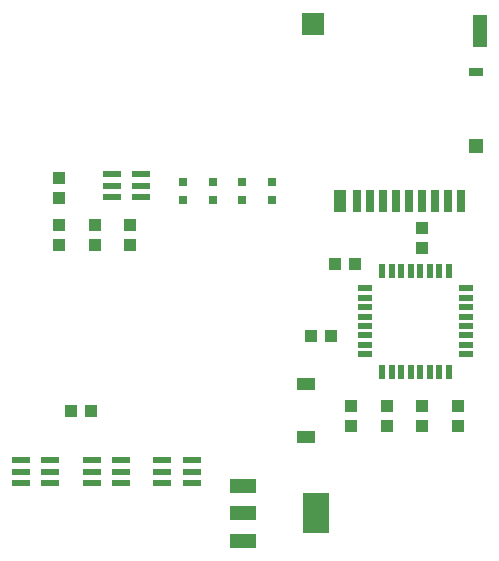
<source format=gbr>
G04 EAGLE Gerber RS-274X export*
G75*
%MOMM*%
%FSLAX34Y34*%
%LPD*%
%INSolderpaste Top*%
%IPPOS*%
%AMOC8*
5,1,8,0,0,1.08239X$1,22.5*%
G01*
%ADD10R,0.500000X1.200000*%
%ADD11R,1.200000X0.500000*%
%ADD12R,2.200000X3.500000*%
%ADD13R,2.200000X1.200000*%
%ADD14R,1.500000X0.600000*%
%ADD15R,1.100000X1.000000*%
%ADD16R,0.800000X0.800000*%
%ADD17R,1.000000X1.100000*%
%ADD18R,1.600000X1.050000*%
%ADD19R,0.700000X1.900000*%
%ADD20R,1.000000X1.900000*%
%ADD21R,1.200000X1.200000*%
%ADD22R,1.200000X0.800000*%
%ADD23R,1.200000X2.800000*%
%ADD24R,1.900000X1.900000*%


D10*
X399670Y219710D03*
X391670Y219710D03*
X383670Y219710D03*
X375670Y219710D03*
X367670Y219710D03*
X359670Y219710D03*
X351670Y219710D03*
X343670Y219710D03*
D11*
X414170Y205210D03*
X414170Y197210D03*
X414170Y189210D03*
X414170Y181210D03*
X414170Y173210D03*
X414170Y165210D03*
X414170Y157210D03*
X414170Y149210D03*
X329170Y205210D03*
X329170Y197210D03*
X329170Y189210D03*
X329170Y181210D03*
X329170Y173210D03*
X329170Y165210D03*
X329170Y157210D03*
X329170Y149210D03*
D10*
X399670Y134710D03*
X391670Y134710D03*
X383670Y134710D03*
X375670Y134710D03*
X367670Y134710D03*
X359670Y134710D03*
X351670Y134710D03*
X343670Y134710D03*
D12*
X287340Y14600D03*
D13*
X225340Y14600D03*
X225340Y37600D03*
X225340Y-8400D03*
D14*
X62500Y50000D03*
X62500Y40500D03*
X62500Y59500D03*
X37500Y50000D03*
X37500Y40500D03*
X37500Y59500D03*
X122500Y50000D03*
X122500Y40500D03*
X122500Y59500D03*
X97500Y50000D03*
X97500Y40500D03*
X97500Y59500D03*
X182500Y50000D03*
X182500Y40500D03*
X182500Y59500D03*
X157500Y50000D03*
X157500Y40500D03*
X157500Y59500D03*
D15*
X100000Y241500D03*
X100000Y258500D03*
D16*
X225000Y279800D03*
X225000Y294800D03*
D15*
X347300Y88800D03*
X347300Y105800D03*
D17*
X317300Y88800D03*
X317300Y105800D03*
D18*
X279400Y123850D03*
X279400Y79350D03*
D16*
X250000Y279800D03*
X250000Y294800D03*
X200000Y279800D03*
X200000Y294800D03*
D15*
X407300Y105800D03*
X407300Y88800D03*
X300600Y165100D03*
X283600Y165100D03*
X320920Y226060D03*
X303920Y226060D03*
D17*
X377300Y105800D03*
X377300Y88800D03*
D16*
X175000Y279800D03*
X175000Y294800D03*
D14*
X139500Y292100D03*
X139500Y282600D03*
X139500Y301600D03*
X114500Y292100D03*
X114500Y282600D03*
X114500Y301600D03*
D17*
X130000Y258500D03*
X130000Y241500D03*
D15*
X70000Y281500D03*
X70000Y298500D03*
X70000Y258500D03*
X70000Y241500D03*
X377190Y239150D03*
X377190Y256150D03*
D19*
X355600Y278900D03*
X344600Y278900D03*
X333600Y278900D03*
X322600Y278900D03*
X366600Y278900D03*
X377600Y278900D03*
X388600Y278900D03*
X399600Y278900D03*
D20*
X307600Y279090D03*
D19*
X410600Y278900D03*
D21*
X422600Y325900D03*
D22*
X422600Y387900D03*
D23*
X426410Y422630D03*
D24*
X285060Y428520D03*
D17*
X80400Y101600D03*
X97400Y101600D03*
M02*

</source>
